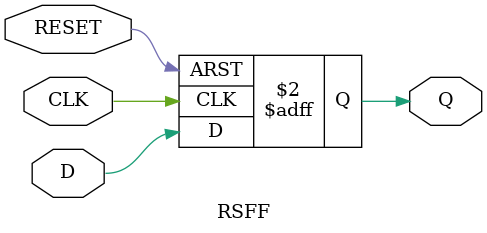
<source format=v>
module RSFF(CLK, RESET, D, Q);
   input CLK, RESET;
   input D;
   output Q;
   reg 	  Q;

   always @(posedge CLK or posedge RESET) begin
	  if(RESET)
		Q <= 0;
	  else
		Q <= D;
   end
   
endmodule

</source>
